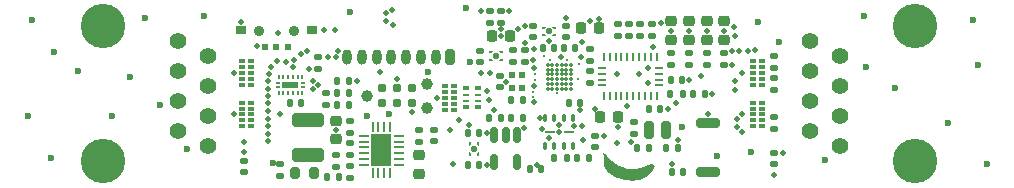
<source format=gbr>
%TF.GenerationSoftware,KiCad,Pcbnew,9.0.6*%
%TF.CreationDate,2025-12-30T15:38:49+01:00*%
%TF.ProjectId,VoxSense,566f7853-656e-4736-952e-6b696361645f,1.0*%
%TF.SameCoordinates,Original*%
%TF.FileFunction,Soldermask,Top*%
%TF.FilePolarity,Negative*%
%FSLAX46Y46*%
G04 Gerber Fmt 4.6, Leading zero omitted, Abs format (unit mm)*
G04 Created by KiCad (PCBNEW 9.0.6) date 2025-12-30 15:38:49*
%MOMM*%
%LPD*%
G01*
G04 APERTURE LIST*
G04 Aperture macros list*
%AMRoundRect*
0 Rectangle with rounded corners*
0 $1 Rounding radius*
0 $2 $3 $4 $5 $6 $7 $8 $9 X,Y pos of 4 corners*
0 Add a 4 corners polygon primitive as box body*
4,1,4,$2,$3,$4,$5,$6,$7,$8,$9,$2,$3,0*
0 Add four circle primitives for the rounded corners*
1,1,$1+$1,$2,$3*
1,1,$1+$1,$4,$5*
1,1,$1+$1,$6,$7*
1,1,$1+$1,$8,$9*
0 Add four rect primitives between the rounded corners*
20,1,$1+$1,$2,$3,$4,$5,0*
20,1,$1+$1,$4,$5,$6,$7,0*
20,1,$1+$1,$6,$7,$8,$9,0*
20,1,$1+$1,$8,$9,$2,$3,0*%
%AMFreePoly0*
4,1,6,0.180000,0.075000,0.000000,-0.105000,-0.180000,-0.105000,-0.180000,0.105000,0.180000,0.105000,0.180000,0.075000,0.180000,0.075000,$1*%
%AMFreePoly1*
4,1,6,0.180000,-0.075000,0.180000,-0.105000,-0.180000,-0.105000,-0.180000,0.105000,0.000000,0.105000,0.180000,-0.075000,0.180000,-0.075000,$1*%
%AMFreePoly2*
4,1,6,0.180000,-0.105000,0.000000,-0.105000,-0.180000,0.075000,-0.180000,0.105000,0.180000,0.105000,0.180000,-0.105000,0.180000,-0.105000,$1*%
%AMFreePoly3*
4,1,6,0.180000,-0.105000,-0.180000,-0.105000,-0.180000,-0.075000,0.000000,0.105000,0.180000,0.105000,0.180000,-0.105000,0.180000,-0.105000,$1*%
G04 Aperture macros list end*
%ADD10C,0.000000*%
%ADD11RoundRect,0.045000X-0.105000X0.255000X-0.105000X-0.255000X0.105000X-0.255000X0.105000X0.255000X0*%
%ADD12RoundRect,0.030000X-0.370000X-0.070000X0.370000X-0.070000X0.370000X0.070000X-0.370000X0.070000X0*%
%ADD13RoundRect,0.150000X-0.150000X0.512500X-0.150000X-0.512500X0.150000X-0.512500X0.150000X0.512500X0*%
%ADD14RoundRect,0.140000X0.140000X0.170000X-0.140000X0.170000X-0.140000X-0.170000X0.140000X-0.170000X0*%
%ADD15RoundRect,0.147500X0.147500X0.172500X-0.147500X0.172500X-0.147500X-0.172500X0.147500X-0.172500X0*%
%ADD16RoundRect,0.140000X-0.140000X-0.170000X0.140000X-0.170000X0.140000X0.170000X-0.140000X0.170000X0*%
%ADD17C,1.397000*%
%ADD18C,3.759200*%
%ADD19RoundRect,0.218750X-0.256250X0.218750X-0.256250X-0.218750X0.256250X-0.218750X0.256250X0.218750X0*%
%ADD20FreePoly0,180.000000*%
%ADD21FreePoly1,180.000000*%
%ADD22FreePoly2,180.000000*%
%ADD23FreePoly3,180.000000*%
%ADD24RoundRect,0.120000X0.000000X0.169706X-0.169706X0.000000X0.000000X-0.169706X0.169706X0.000000X0*%
%ADD25RoundRect,0.147500X0.172500X-0.147500X0.172500X0.147500X-0.172500X0.147500X-0.172500X-0.147500X0*%
%ADD26RoundRect,0.200000X0.200000X0.275000X-0.200000X0.275000X-0.200000X-0.275000X0.200000X-0.275000X0*%
%ADD27RoundRect,0.135000X-0.185000X0.135000X-0.185000X-0.135000X0.185000X-0.135000X0.185000X0.135000X0*%
%ADD28RoundRect,0.075000X-0.200000X0.075000X-0.200000X-0.075000X0.200000X-0.075000X0.200000X0.075000X0*%
%ADD29RoundRect,0.135000X0.135000X0.185000X-0.135000X0.185000X-0.135000X-0.185000X0.135000X-0.185000X0*%
%ADD30R,0.254000X0.675000*%
%ADD31R,0.675000X0.254000*%
%ADD32RoundRect,0.075000X0.200000X-0.075000X0.200000X0.075000X-0.200000X0.075000X-0.200000X-0.075000X0*%
%ADD33R,0.250000X0.450000*%
%ADD34R,0.450000X0.250000*%
%ADD35R,1.400000X0.600000*%
%ADD36RoundRect,0.135000X0.185000X-0.135000X0.185000X0.135000X-0.185000X0.135000X-0.185000X-0.135000X0*%
%ADD37RoundRect,0.140000X-0.170000X0.140000X-0.170000X-0.140000X0.170000X-0.140000X0.170000X0.140000X0*%
%ADD38RoundRect,0.225000X-0.225000X-0.250000X0.225000X-0.250000X0.225000X0.250000X-0.225000X0.250000X0*%
%ADD39R,0.550000X0.365000*%
%ADD40R,0.550000X0.250000*%
%ADD41RoundRect,0.140000X0.170000X-0.140000X0.170000X0.140000X-0.170000X0.140000X-0.170000X-0.140000X0*%
%ADD42RoundRect,0.147500X-0.172500X0.147500X-0.172500X-0.147500X0.172500X-0.147500X0.172500X0.147500X0*%
%ADD43RoundRect,0.225000X0.225000X0.250000X-0.225000X0.250000X-0.225000X-0.250000X0.225000X-0.250000X0*%
%ADD44R,0.500000X0.600000*%
%ADD45R,0.850000X0.250000*%
%ADD46R,0.250000X0.850000*%
%ADD47R,1.700000X2.700000*%
%ADD48RoundRect,0.200000X0.200000X0.450000X-0.200000X0.450000X-0.200000X-0.450000X0.200000X-0.450000X0*%
%ADD49O,0.800000X1.300000*%
%ADD50C,0.990600*%
%ADD51C,0.787400*%
%ADD52RoundRect,0.200000X-0.200000X-0.550000X0.200000X-0.550000X0.200000X0.550000X-0.200000X0.550000X0*%
%ADD53FreePoly0,90.000000*%
%ADD54FreePoly1,90.000000*%
%ADD55FreePoly2,90.000000*%
%ADD56FreePoly3,90.000000*%
%ADD57RoundRect,0.120000X0.169706X0.000000X0.000000X0.169706X-0.169706X0.000000X0.000000X-0.169706X0*%
%ADD58RoundRect,0.250000X-1.100000X0.325000X-1.100000X-0.325000X1.100000X-0.325000X1.100000X0.325000X0*%
%ADD59C,0.900000*%
%ADD60R,0.600000X0.510000*%
%ADD61R,0.900000X0.700000*%
%ADD62RoundRect,0.147500X-0.147500X-0.172500X0.147500X-0.172500X0.147500X0.172500X-0.147500X0.172500X0*%
%ADD63RoundRect,0.135000X-0.135000X-0.185000X0.135000X-0.185000X0.135000X0.185000X-0.135000X0.185000X0*%
%ADD64RoundRect,0.218750X0.256250X-0.218750X0.256250X0.218750X-0.256250X0.218750X-0.256250X-0.218750X0*%
%ADD65RoundRect,0.225000X-0.250000X0.225000X-0.250000X-0.225000X0.250000X-0.225000X0.250000X0.225000X0*%
%ADD66RoundRect,0.200000X0.800000X-0.200000X0.800000X0.200000X-0.800000X0.200000X-0.800000X-0.200000X0*%
%ADD67C,0.340000*%
%ADD68C,0.250000*%
%ADD69C,0.500000*%
%ADD70C,0.600000*%
G04 APERTURE END LIST*
D10*
%TO.C,G\u002A\u002A\u002A*%
G36*
X117674894Y-77794724D02*
G01*
X117679684Y-77809420D01*
X117679170Y-77833501D01*
X117679424Y-77896045D01*
X117691471Y-77967096D01*
X117715475Y-78047346D01*
X117751608Y-78137493D01*
X117751955Y-78138275D01*
X117775306Y-78188396D01*
X117797469Y-78228765D01*
X117821113Y-78262263D01*
X117848912Y-78291773D01*
X117883536Y-78320178D01*
X117927659Y-78350363D01*
X117976841Y-78380912D01*
X118077174Y-78444373D01*
X118163719Y-78505049D01*
X118238371Y-78564318D01*
X118275159Y-78596909D01*
X118329685Y-78646893D01*
X118375413Y-78687825D01*
X118415137Y-78722006D01*
X118451653Y-78751737D01*
X118487755Y-78779324D01*
X118526242Y-78807067D01*
X118552541Y-78825367D01*
X118659057Y-78895071D01*
X118762684Y-78954808D01*
X118868493Y-79007137D01*
X118981566Y-79054620D01*
X119076202Y-79089289D01*
X119251360Y-79141854D01*
X119433763Y-79180717D01*
X119621740Y-79205737D01*
X119813623Y-79216771D01*
X120007742Y-79213680D01*
X120202425Y-79196321D01*
X120256478Y-79188935D01*
X120297458Y-79182221D01*
X120346850Y-79173070D01*
X120401106Y-79162244D01*
X120456660Y-79150516D01*
X120509960Y-79138651D01*
X120557449Y-79127417D01*
X120595570Y-79117583D01*
X120618148Y-79110834D01*
X120639531Y-79103901D01*
X120665915Y-79095738D01*
X120670412Y-79094387D01*
X120723964Y-79077947D01*
X120772917Y-79061847D01*
X120821940Y-79044412D01*
X120875709Y-79023977D01*
X120938895Y-78998866D01*
X120950007Y-78994376D01*
X121058252Y-78950986D01*
X121153033Y-78913939D01*
X121235638Y-78882814D01*
X121307358Y-78857197D01*
X121369480Y-78836667D01*
X121423296Y-78820804D01*
X121470092Y-78809188D01*
X121511161Y-78801403D01*
X121547790Y-78797032D01*
X121560166Y-78796212D01*
X121583962Y-78796421D01*
X121599820Y-78802453D01*
X121614864Y-78817718D01*
X121620746Y-78825208D01*
X121655258Y-78868252D01*
X121684793Y-78900415D01*
X121712529Y-78924841D01*
X121740836Y-78944195D01*
X121783079Y-78969801D01*
X121774344Y-78998645D01*
X121747258Y-79073421D01*
X121709752Y-79155504D01*
X121663791Y-79241712D01*
X121611344Y-79328867D01*
X121554376Y-79413790D01*
X121494859Y-79493302D01*
X121434756Y-79564220D01*
X121404914Y-79595654D01*
X121324679Y-79673865D01*
X121249669Y-79741035D01*
X121176456Y-79799851D01*
X121101605Y-79853001D01*
X121021688Y-79903175D01*
X120985502Y-79924166D01*
X120940542Y-79948824D01*
X120892398Y-79973772D01*
X120846653Y-79996201D01*
X120808885Y-80013301D01*
X120806774Y-80014187D01*
X120729429Y-80045497D01*
X120659165Y-80071523D01*
X120591273Y-80093698D01*
X120521044Y-80113466D01*
X120443765Y-80132257D01*
X120361620Y-80150086D01*
X120173434Y-80181438D01*
X119978310Y-80198787D01*
X119884262Y-80200353D01*
X119777515Y-80202131D01*
X119623069Y-80194104D01*
X119895086Y-80194104D01*
X119900630Y-80195589D01*
X119902114Y-80190046D01*
X119896572Y-80188561D01*
X119895086Y-80194104D01*
X119623069Y-80194104D01*
X119572312Y-80191466D01*
X119363971Y-80166793D01*
X119269720Y-80151155D01*
X119157569Y-80127958D01*
X119037080Y-80097793D01*
X118913323Y-80062192D01*
X118791376Y-80022697D01*
X118676308Y-79980838D01*
X118588484Y-79944888D01*
X118538204Y-79922169D01*
X118484116Y-79896271D01*
X118428402Y-79868382D01*
X118373254Y-79839700D01*
X118320859Y-79811411D01*
X118273405Y-79784712D01*
X118233078Y-79760790D01*
X118202067Y-79740840D01*
X118182559Y-79726052D01*
X118178074Y-79721342D01*
X118168810Y-79713616D01*
X118158447Y-79706858D01*
X118145217Y-79696909D01*
X118140953Y-79691189D01*
X118134223Y-79688359D01*
X118131961Y-79689353D01*
X118125278Y-79687471D01*
X118124803Y-79684115D01*
X118120935Y-79677689D01*
X118118413Y-79678433D01*
X118110062Y-79675050D01*
X118091613Y-79663284D01*
X118065557Y-79645002D01*
X118034383Y-79622066D01*
X118000584Y-79596340D01*
X117966648Y-79569683D01*
X117935071Y-79543965D01*
X117909869Y-79522409D01*
X117871627Y-79486539D01*
X117827636Y-79441994D01*
X117781930Y-79393054D01*
X117738548Y-79343995D01*
X117715236Y-79316188D01*
X117668984Y-79254065D01*
X117623992Y-79183330D01*
X117582057Y-79107603D01*
X117544969Y-79030503D01*
X117514528Y-78955655D01*
X117492523Y-78886680D01*
X117484167Y-78849889D01*
X117476000Y-78793528D01*
X117470560Y-78730867D01*
X117468051Y-78667341D01*
X117468680Y-78608386D01*
X117472652Y-78559438D01*
X117473074Y-78556439D01*
X117483674Y-78481973D01*
X117491722Y-78421259D01*
X117497433Y-78372060D01*
X117501020Y-78332135D01*
X117502700Y-78299248D01*
X117502685Y-78271157D01*
X117501930Y-78255329D01*
X117497692Y-78199289D01*
X117492444Y-78154874D01*
X117484912Y-78117477D01*
X117480182Y-78102557D01*
X117473824Y-78082497D01*
X117457905Y-78045329D01*
X117446232Y-78022026D01*
X117619663Y-78022026D01*
X117625205Y-78023512D01*
X117626690Y-78017969D01*
X117621148Y-78016483D01*
X117619663Y-78022026D01*
X117446232Y-78022026D01*
X117435885Y-78001371D01*
X117427115Y-77984686D01*
X117387921Y-77910628D01*
X117384756Y-77904649D01*
X117380812Y-77897196D01*
X117397665Y-77897196D01*
X117403208Y-77898682D01*
X117404693Y-77893140D01*
X117399151Y-77891652D01*
X117397665Y-77897196D01*
X117380812Y-77897196D01*
X117374607Y-77885469D01*
X117431499Y-77885469D01*
X117434876Y-77889092D01*
X117438890Y-77887450D01*
X117443190Y-77881539D01*
X117440870Y-77880061D01*
X117432044Y-77884034D01*
X117431499Y-77885469D01*
X117374607Y-77885469D01*
X117374511Y-77885287D01*
X117397979Y-77877349D01*
X117422870Y-77867115D01*
X117444668Y-77856004D01*
X117458214Y-77849152D01*
X117468547Y-77849026D01*
X117480119Y-77857454D01*
X117497382Y-77876257D01*
X117499242Y-77878375D01*
X117520621Y-77901526D01*
X117548526Y-77930073D01*
X117577503Y-77958460D01*
X117582241Y-77962961D01*
X117633889Y-78011770D01*
X117634023Y-77984603D01*
X117633582Y-77955573D01*
X117632523Y-77930479D01*
X117633519Y-77908402D01*
X117637840Y-77879744D01*
X117644363Y-77849252D01*
X117651967Y-77821668D01*
X117659527Y-77801745D01*
X117664662Y-77794582D01*
X117674894Y-77794724D01*
G37*
%TD*%
D11*
%TO.C,U305*%
X114900000Y-74900000D03*
X114100000Y-74900000D03*
X113300000Y-74900000D03*
X112500000Y-74900000D03*
D12*
X114500000Y-76100000D03*
X112900000Y-76100000D03*
D11*
X112500000Y-77300000D03*
X113300000Y-77300000D03*
X114100000Y-77300000D03*
X114900000Y-77300000D03*
%TD*%
D13*
%TO.C,U204*%
X110110000Y-76340000D03*
X109160000Y-76340000D03*
X108210000Y-76340000D03*
X108210000Y-78615000D03*
X110110000Y-78615000D03*
%TD*%
D14*
%TO.C,C501*%
X91876073Y-73670000D03*
X90916073Y-73670000D03*
%TD*%
%TO.C,C207*%
X108737500Y-74927500D03*
X107777500Y-74927500D03*
%TD*%
D15*
%TO.C,D302*%
X95886073Y-73800000D03*
X94916073Y-73800000D03*
%TD*%
D16*
%TO.C,C401*%
X121300000Y-74120000D03*
X122260000Y-74120000D03*
%TD*%
%TO.C,C402*%
X123140000Y-71650000D03*
X124100000Y-71650000D03*
%TD*%
D17*
%TO.C,J501*%
X81435101Y-68409900D03*
X83975101Y-69679900D03*
X81435101Y-70949900D03*
X83975101Y-72219900D03*
X81435101Y-73489900D03*
X83975101Y-74759900D03*
X81435101Y-76029900D03*
X83975101Y-77299900D03*
D18*
X75085101Y-67139900D03*
X75085101Y-78569900D03*
%TD*%
D19*
%TO.C,D306*%
X123190000Y-66720000D03*
X123190000Y-68295000D03*
%TD*%
D20*
%TO.C,U202*%
X113275000Y-67900000D03*
D21*
X113275000Y-67250000D03*
D22*
X112415000Y-67900000D03*
D23*
X112415000Y-67250000D03*
D24*
X112845000Y-67575000D03*
%TD*%
D16*
%TO.C,C208*%
X111220000Y-79260000D03*
X112180000Y-79260000D03*
%TD*%
D25*
%TO.C,D502*%
X131910000Y-78820000D03*
X131910000Y-77850000D03*
%TD*%
D19*
%TO.C,D308*%
X127680000Y-66720000D03*
X127680000Y-68295000D03*
%TD*%
D26*
%TO.C,R101*%
X92970000Y-79600000D03*
X91320000Y-79600000D03*
%TD*%
D27*
%TO.C,R403*%
X121560000Y-66980000D03*
X121560000Y-68000000D03*
%TD*%
D28*
%TO.C,U501*%
X86810000Y-73600000D03*
X86810000Y-74100000D03*
X86810000Y-74600000D03*
X86810000Y-75100000D03*
X86810000Y-75600000D03*
X87580000Y-75600000D03*
X87580000Y-75100000D03*
X87580000Y-74600000D03*
X87580000Y-74100000D03*
X87580000Y-73600000D03*
%TD*%
D29*
%TO.C,R201*%
X110650000Y-74930000D03*
X109630000Y-74930000D03*
%TD*%
D27*
%TO.C,R502*%
X131900000Y-71510000D03*
X131900000Y-72530000D03*
%TD*%
D30*
%TO.C,U401*%
X121970000Y-73062500D03*
D31*
X122107500Y-72150000D03*
X122107500Y-71650000D03*
X122107500Y-71150000D03*
X122107500Y-70650000D03*
D30*
X121970000Y-69737500D03*
X121470000Y-69737500D03*
X120970000Y-69737500D03*
X120470000Y-69737500D03*
X119970000Y-69737500D03*
X119470000Y-69737500D03*
X118970000Y-69737500D03*
X118470000Y-69737500D03*
X117970000Y-69737500D03*
X117470000Y-69737500D03*
D31*
X117332500Y-70650000D03*
X117332500Y-71150000D03*
X117332500Y-71650000D03*
X117332500Y-72150000D03*
D30*
X117470000Y-73062500D03*
X117970000Y-73062500D03*
X118470000Y-73062500D03*
X118970000Y-73062500D03*
X119470000Y-73062500D03*
X119970000Y-73062500D03*
X120470000Y-73062500D03*
X120970000Y-73062500D03*
X121470000Y-73062500D03*
%TD*%
D32*
%TO.C,U503*%
X130892101Y-72100000D03*
X130892101Y-71600000D03*
X130892101Y-71100000D03*
X130892101Y-70600000D03*
X130892101Y-70100000D03*
X130122101Y-70100000D03*
X130122101Y-70600000D03*
X130122101Y-71100000D03*
X130122101Y-71600000D03*
X130122101Y-72100000D03*
%TD*%
D33*
%TO.C,U505*%
X89950000Y-72800000D03*
X90350000Y-72800000D03*
X90750000Y-72800000D03*
X91150000Y-72800000D03*
X91550000Y-72800000D03*
X91950000Y-72800000D03*
D34*
X92050000Y-72300000D03*
X92050000Y-71900000D03*
D33*
X91950000Y-71400000D03*
X91550000Y-71400000D03*
X91150000Y-71400000D03*
X90750000Y-71400000D03*
X90350000Y-71400000D03*
X89950000Y-71400000D03*
D34*
X89850000Y-71900000D03*
X89850000Y-72300000D03*
D35*
X90950000Y-72100000D03*
%TD*%
D16*
%TO.C,C301*%
X94925000Y-72800000D03*
X95885000Y-72800000D03*
%TD*%
D36*
%TO.C,R303*%
X127680000Y-70440000D03*
X127680000Y-69420000D03*
%TD*%
D27*
%TO.C,R407*%
X120560000Y-66980000D03*
X120560000Y-68000000D03*
%TD*%
D36*
%TO.C,R501*%
X93920000Y-73830000D03*
X93920000Y-72810000D03*
%TD*%
D37*
%TO.C,C201*%
X106960000Y-69195000D03*
X106960000Y-70155000D03*
%TD*%
D27*
%TO.C,R401*%
X116270000Y-70910000D03*
X116270000Y-71930000D03*
%TD*%
D38*
%TO.C,C213*%
X115525000Y-67300000D03*
X117075000Y-67300000D03*
%TD*%
D14*
%TO.C,C304*%
X124210000Y-79510000D03*
X123250000Y-79510000D03*
%TD*%
D20*
%TO.C,U201*%
X108760000Y-70000000D03*
D21*
X108760000Y-69350000D03*
D22*
X107900000Y-70000000D03*
D23*
X107900000Y-69350000D03*
D24*
X108330000Y-69675000D03*
%TD*%
D14*
%TO.C,C216*%
X113260000Y-68980000D03*
X112300000Y-68980000D03*
%TD*%
D39*
%TO.C,R301*%
X106840000Y-73994000D03*
D40*
X106840000Y-73437000D03*
X106840000Y-72937000D03*
D39*
X106840000Y-72380000D03*
X105790000Y-72380000D03*
D40*
X105790000Y-72937000D03*
X105790000Y-73437000D03*
D39*
X105790000Y-73994000D03*
%TD*%
D37*
%TO.C,C303*%
X108730000Y-71330000D03*
X108730000Y-72290000D03*
%TD*%
D41*
%TO.C,C210*%
X110800000Y-70130000D03*
X110800000Y-69170000D03*
%TD*%
D27*
%TO.C,R408*%
X120050000Y-75220000D03*
X120050000Y-76240000D03*
%TD*%
D36*
%TO.C,R104*%
X94780000Y-79025000D03*
X94780000Y-78005000D03*
%TD*%
D42*
%TO.C,D103*%
X103100000Y-75915000D03*
X103100000Y-76885000D03*
%TD*%
D43*
%TO.C,C209*%
X109575000Y-68000000D03*
X108025000Y-68000000D03*
%TD*%
D44*
%TO.C,Y301*%
X109730000Y-71260000D03*
X109730000Y-72360000D03*
X110530000Y-72360000D03*
X110530000Y-71260000D03*
%TD*%
D45*
%TO.C,U101*%
X100100000Y-78900000D03*
X100100000Y-78400000D03*
X100100000Y-77900000D03*
X100100000Y-77400000D03*
X100100000Y-76900000D03*
X100100000Y-76400000D03*
D46*
X99400000Y-75700000D03*
X98900000Y-75700000D03*
X98400000Y-75700000D03*
X97900000Y-75700000D03*
D45*
X97200000Y-76400000D03*
X97200000Y-76900000D03*
X97200000Y-77400000D03*
X97200000Y-77900000D03*
X97200000Y-78400000D03*
X97200000Y-78900000D03*
D46*
X97900000Y-79600000D03*
X98400000Y-79600000D03*
X98900000Y-79600000D03*
X99400000Y-79600000D03*
D47*
X98650000Y-77650000D03*
%TD*%
D16*
%TO.C,C404*%
X122760000Y-77460000D03*
X123720000Y-77460000D03*
%TD*%
D29*
%TO.C,R302*%
X110630000Y-73410000D03*
X109610000Y-73410000D03*
%TD*%
D25*
%TO.C,D501*%
X86986073Y-79485000D03*
X86986073Y-78515000D03*
%TD*%
D48*
%TO.C,J302*%
X104486073Y-69750000D03*
D49*
X103236073Y-69750000D03*
X101986073Y-69750000D03*
X100736073Y-69750000D03*
X99486073Y-69750000D03*
X98236073Y-69750000D03*
X96986073Y-69750000D03*
X95736073Y-69750000D03*
%TD*%
D36*
%TO.C,R308*%
X124680000Y-70440000D03*
X124680000Y-69420000D03*
%TD*%
D14*
%TO.C,C405*%
X121270000Y-77460000D03*
X120310000Y-77460000D03*
%TD*%
D50*
%TO.C,J301*%
X97446073Y-73015000D03*
X102526073Y-71999000D03*
X102526073Y-74031000D03*
D51*
X98716073Y-73650000D03*
X98716073Y-72380000D03*
X99986073Y-73650000D03*
X99986073Y-72380000D03*
X101256073Y-73650000D03*
X101256073Y-72380000D03*
%TD*%
D41*
%TO.C,C103*%
X95980000Y-79955000D03*
X95980000Y-78995000D03*
%TD*%
D29*
%TO.C,R305*%
X116230000Y-78300000D03*
X115210000Y-78300000D03*
%TD*%
D36*
%TO.C,R103*%
X95990000Y-78010000D03*
X95990000Y-76990000D03*
%TD*%
%TO.C,R105*%
X101800000Y-76940000D03*
X101800000Y-75920000D03*
%TD*%
D27*
%TO.C,R404*%
X119610000Y-66970000D03*
X119610000Y-67990000D03*
%TD*%
D52*
%TO.C,Y401*%
X121270000Y-75900000D03*
X122770000Y-75900000D03*
%TD*%
D53*
%TO.C,U203*%
X106140000Y-77980000D03*
D54*
X106790000Y-77980000D03*
D55*
X106140000Y-77120000D03*
D56*
X106790000Y-77120000D03*
D57*
X106465000Y-77550000D03*
%TD*%
D41*
%TO.C,C204*%
X114275000Y-68055000D03*
X114275000Y-67095000D03*
%TD*%
D16*
%TO.C,C206*%
X105980000Y-78920000D03*
X106940000Y-78920000D03*
%TD*%
D17*
%TO.C,J502*%
X137447000Y-77299900D03*
X134907000Y-76029900D03*
X137447000Y-74759900D03*
X134907000Y-73489900D03*
X137447000Y-72219900D03*
X134907000Y-70949900D03*
X137447000Y-69679900D03*
X134907000Y-68409900D03*
D18*
X143797000Y-78569900D03*
X143797000Y-67139900D03*
%TD*%
D16*
%TO.C,C403*%
X125060000Y-72880000D03*
X126020000Y-72880000D03*
%TD*%
D19*
%TO.C,D305*%
X126180000Y-66720000D03*
X126180000Y-68295000D03*
%TD*%
D58*
%TO.C,C101*%
X92460000Y-75095000D03*
X92460000Y-78045000D03*
%TD*%
D25*
%TO.C,D303*%
X108750000Y-66820000D03*
X108750000Y-65850000D03*
%TD*%
D16*
%TO.C,C214*%
X114120000Y-68990000D03*
X115080000Y-68990000D03*
%TD*%
D59*
%TO.C,SW501*%
X91250000Y-67571000D03*
X88250000Y-67571000D03*
D60*
X90750000Y-68851000D03*
X89750000Y-68851000D03*
X88750000Y-68851000D03*
D61*
X92750000Y-67461000D03*
X86750000Y-67461000D03*
%TD*%
D41*
%TO.C,C203*%
X111475000Y-68055000D03*
X111475000Y-67095000D03*
%TD*%
D16*
%TO.C,C205*%
X105990000Y-76170000D03*
X106950000Y-76170000D03*
%TD*%
D62*
%TO.C,D301*%
X94915000Y-71797500D03*
X95885000Y-71797500D03*
%TD*%
D27*
%TO.C,R402*%
X116270000Y-69040000D03*
X116270000Y-70060000D03*
%TD*%
D63*
%TO.C,R106*%
X94050000Y-79915000D03*
X95070000Y-79915000D03*
%TD*%
D36*
%TO.C,R307*%
X123180000Y-70440000D03*
X123180000Y-69420000D03*
%TD*%
D63*
%TO.C,R405*%
X123120000Y-72900000D03*
X124140000Y-72900000D03*
%TD*%
D37*
%TO.C,C502*%
X93270000Y-69760000D03*
X93270000Y-70720000D03*
%TD*%
D27*
%TO.C,R503*%
X131900000Y-69650000D03*
X131900000Y-70670000D03*
%TD*%
D42*
%TO.C,D102*%
X90100000Y-78815000D03*
X90100000Y-79785000D03*
%TD*%
D41*
%TO.C,C302*%
X116700000Y-77380000D03*
X116700000Y-76420000D03*
%TD*%
D16*
%TO.C,C217*%
X114530000Y-73640000D03*
X115490000Y-73640000D03*
%TD*%
D41*
%TO.C,C202*%
X109800000Y-70130000D03*
X109800000Y-69170000D03*
%TD*%
D64*
%TO.C,D101*%
X101800000Y-79630000D03*
X101800000Y-78055000D03*
%TD*%
D28*
%TO.C,U502*%
X86810000Y-70100000D03*
X86810000Y-70600000D03*
X86810000Y-71100000D03*
X86810000Y-71600000D03*
X86810000Y-72100000D03*
X87580000Y-72100000D03*
X87580000Y-71600000D03*
X87580000Y-71100000D03*
X87580000Y-70600000D03*
X87580000Y-70100000D03*
%TD*%
D25*
%TO.C,D304*%
X107800000Y-66820000D03*
X107800000Y-65850000D03*
%TD*%
D38*
%TO.C,C215*%
X117125000Y-74800000D03*
X118675000Y-74800000D03*
%TD*%
D65*
%TO.C,C102*%
X94786073Y-75125000D03*
X94786073Y-76675000D03*
%TD*%
D36*
%TO.C,R102*%
X95986073Y-76150000D03*
X95986073Y-75130000D03*
%TD*%
D27*
%TO.C,R504*%
X131900000Y-74840000D03*
X131900000Y-75860000D03*
%TD*%
%TO.C,R406*%
X118660000Y-66980000D03*
X118660000Y-68000000D03*
%TD*%
D29*
%TO.C,R304*%
X114320000Y-78300000D03*
X113300000Y-78300000D03*
%TD*%
D28*
%TO.C,U302*%
X104025000Y-72187000D03*
X104025000Y-72687000D03*
X104025000Y-73187000D03*
X104025000Y-73687000D03*
X104025000Y-74187000D03*
X104795000Y-74187000D03*
X104795000Y-73687000D03*
X104795000Y-73187000D03*
X104795000Y-72687000D03*
X104795000Y-72187000D03*
%TD*%
D19*
%TO.C,D307*%
X124690000Y-66720000D03*
X124690000Y-68295000D03*
%TD*%
D32*
%TO.C,U504*%
X130892101Y-75600000D03*
X130892101Y-75100000D03*
X130892101Y-74600000D03*
X130892101Y-74100000D03*
X130892101Y-73600000D03*
X130122101Y-73600000D03*
X130122101Y-74100000D03*
X130122101Y-74600000D03*
X130122101Y-75100000D03*
X130122101Y-75600000D03*
%TD*%
D36*
%TO.C,R306*%
X126180000Y-70440000D03*
X126180000Y-69420000D03*
%TD*%
D66*
%TO.C,SW301*%
X126340000Y-79510000D03*
X126340000Y-75310000D03*
%TD*%
D67*
%TO.C,U301*%
X112710000Y-70420000D03*
X113110000Y-70420000D03*
X113510000Y-70420000D03*
X113910000Y-70420000D03*
X114310000Y-70420000D03*
X114710000Y-70420000D03*
X112710000Y-70820000D03*
X113110000Y-70820000D03*
X113510000Y-70820000D03*
X113910000Y-70820000D03*
X114310000Y-70820000D03*
X114710000Y-70820000D03*
X112710000Y-71220000D03*
X113110000Y-71220000D03*
X113510000Y-71220000D03*
X113910000Y-71220000D03*
X114310000Y-71220000D03*
X114710000Y-71220000D03*
X112710000Y-71620000D03*
X113110000Y-71620000D03*
X113510000Y-71620000D03*
X113910000Y-71620000D03*
X114310000Y-71620000D03*
X114710000Y-71620000D03*
X112710000Y-72020000D03*
X113110000Y-72020000D03*
X113510000Y-72020000D03*
X113910000Y-72020000D03*
X114310000Y-72020000D03*
X114710000Y-72020000D03*
X112710000Y-72420000D03*
X113110000Y-72420000D03*
X113510000Y-72420000D03*
X113910000Y-72420000D03*
X114310000Y-72420000D03*
X114710000Y-72420000D03*
%TD*%
D68*
X113510000Y-71620000D03*
X113910000Y-72020000D03*
X114310000Y-72020000D03*
X113510000Y-72420000D03*
X113110000Y-72020000D03*
X113910000Y-70820000D03*
X113510000Y-70820000D03*
X114310000Y-71620000D03*
X114310000Y-71220000D03*
X115400000Y-70300000D03*
X115300000Y-71600000D03*
X113485285Y-72784194D03*
X111500000Y-72675000D03*
X111500000Y-73125000D03*
X111630808Y-71645000D03*
X111630808Y-71195000D03*
X112425279Y-69640000D03*
X112931968Y-69961349D03*
X114350000Y-70010000D03*
X116270000Y-70910000D03*
D69*
X111600000Y-72200000D03*
X131900000Y-79727900D03*
X126650000Y-72880000D03*
X89086073Y-73049856D03*
X103385000Y-73187000D03*
X107600000Y-76170000D03*
X128360648Y-69213765D03*
X108775000Y-68000000D03*
D70*
X99300000Y-74600000D03*
D69*
X126340000Y-74570000D03*
D70*
X69100000Y-66600000D03*
D69*
X91196597Y-70571529D03*
X117075000Y-66500000D03*
D70*
X105800000Y-65600000D03*
D69*
X107100000Y-65850000D03*
X122900000Y-74125000D03*
X129200000Y-74600000D03*
D70*
X68700000Y-74700000D03*
D69*
X112100000Y-74900000D03*
D70*
X146600000Y-75300000D03*
X78600000Y-66400000D03*
D69*
X129200000Y-76100000D03*
X86170000Y-74600000D03*
D70*
X83600000Y-66300000D03*
D69*
X111850000Y-78877900D03*
D70*
X130500000Y-66800000D03*
D69*
X109450000Y-65850000D03*
D70*
X139500000Y-66300000D03*
D69*
X89086073Y-76849868D03*
D70*
X77400000Y-71400000D03*
X127100000Y-78100000D03*
D69*
X121200000Y-71900000D03*
D70*
X73000000Y-70900000D03*
D69*
X128500000Y-67200000D03*
X93796073Y-67460000D03*
X88096073Y-68840000D03*
X130260352Y-69187691D03*
X99580135Y-65730900D03*
X123720000Y-76770000D03*
X115490000Y-74200000D03*
X86170000Y-71110000D03*
D70*
X148700000Y-66600000D03*
X149200000Y-70400000D03*
X106160000Y-70160000D03*
X96000000Y-65900000D03*
D69*
X107560000Y-78877900D03*
X94786073Y-75925000D03*
X121610000Y-68920000D03*
X132610000Y-77840000D03*
X111600000Y-70700000D03*
X92510000Y-70720000D03*
X110800000Y-68550000D03*
X115600000Y-68480000D03*
X129200000Y-71100000D03*
X111601122Y-73589114D03*
X113700000Y-76100000D03*
X90100000Y-74600000D03*
D70*
X97400000Y-74700000D03*
X82190000Y-77530000D03*
D69*
X92383225Y-69269320D03*
D70*
X142100000Y-72400000D03*
X70700000Y-78300000D03*
X75800000Y-74700000D03*
X139700000Y-70600000D03*
X136200000Y-78500000D03*
X102600000Y-71000000D03*
D69*
X114275000Y-66475000D03*
D70*
X149900000Y-78800000D03*
X89450000Y-78750000D03*
X124100000Y-75700000D03*
D69*
X101256073Y-74356073D03*
X110825000Y-67100000D03*
X121250000Y-70650000D03*
X94990001Y-69198191D03*
X96586073Y-71800000D03*
D70*
X129900000Y-77800000D03*
D69*
X119800000Y-76950000D03*
X124720000Y-71650000D03*
X109226854Y-71838257D03*
X111600000Y-69100000D03*
D70*
X70900000Y-69300000D03*
D69*
X89086073Y-74949862D03*
X86986073Y-77800000D03*
X99601423Y-66988580D03*
D70*
X79900000Y-73800000D03*
X132300000Y-68500000D03*
D69*
X86746073Y-66770000D03*
X123250000Y-78840000D03*
X117500000Y-76400000D03*
X93317838Y-72080348D03*
X118660000Y-75640000D03*
X119400000Y-73880000D03*
X89090280Y-71150012D03*
X104480000Y-75910000D03*
X107800000Y-71100000D03*
X107100000Y-71100000D03*
X110210000Y-67360000D03*
X111498459Y-69950624D03*
X108200000Y-74200000D03*
X123600000Y-73600000D03*
X128600000Y-68000000D03*
X116700000Y-74160000D03*
X104700000Y-78800000D03*
X114530000Y-73640000D03*
X87000000Y-76900000D03*
X118570000Y-77000000D03*
X128360000Y-70430000D03*
X89916073Y-67710000D03*
X113850000Y-69750000D03*
X115700000Y-76750000D03*
X110750000Y-75750000D03*
X113700000Y-75499997D03*
X125680000Y-71350000D03*
X120470000Y-71180000D03*
X127680000Y-67507500D03*
X108769546Y-67400022D03*
X112840000Y-68380000D03*
X126180000Y-67507500D03*
X123170000Y-67507500D03*
X124670000Y-67500000D03*
X94756073Y-67450000D03*
X90561073Y-70175000D03*
X100000000Y-71600000D03*
X98500000Y-71000000D03*
X105200000Y-75100000D03*
X115600000Y-75550000D03*
X106100000Y-75500000D03*
X112810000Y-76590000D03*
X114975684Y-75549998D03*
X107750000Y-73350000D03*
X107557081Y-72587239D03*
X112210772Y-75823775D03*
X115572876Y-69698454D03*
X118600000Y-71200000D03*
X116300000Y-66720000D03*
X122330000Y-66850000D03*
X89086073Y-74349859D03*
X128960431Y-69197559D03*
X94790000Y-69770000D03*
X99060000Y-66730000D03*
X89086073Y-75549865D03*
X128557769Y-71800000D03*
X91261073Y-69975000D03*
X89811711Y-70096735D03*
X89086073Y-73649859D03*
X99060000Y-66030000D03*
X129660431Y-69197559D03*
X94090000Y-69770000D03*
X89086073Y-76249865D03*
X128557769Y-72500000D03*
X91811073Y-69450000D03*
X89316735Y-70591711D03*
X92816964Y-72450001D03*
X89086073Y-72450000D03*
X128750000Y-75000000D03*
X89086073Y-71750000D03*
X92816964Y-71750001D03*
X128750000Y-75700000D03*
M02*

</source>
